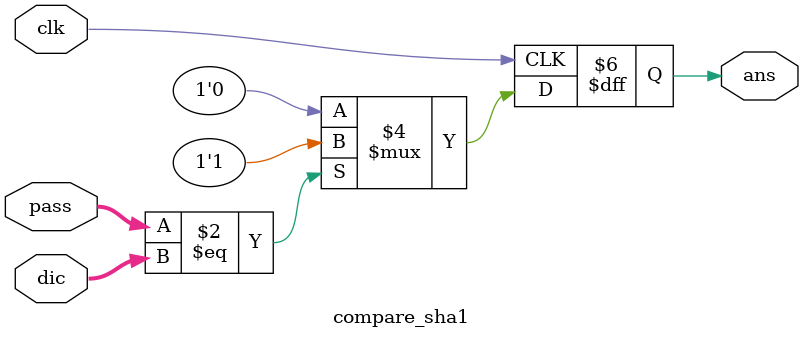
<source format=v>
`timescale 1ns / 1ps


module compare_sha1(
    input clk,
    input [159:0] pass,
    input [159:0] dic,
    output reg ans
    );
    
    
    always @(posedge clk)
    begin
        $display("%h",pass);
        $display("%h", dic);
        if (pass == dic)
        ans<= 1;
        else 
        ans <= 0;
    end
    
endmodule
</source>
